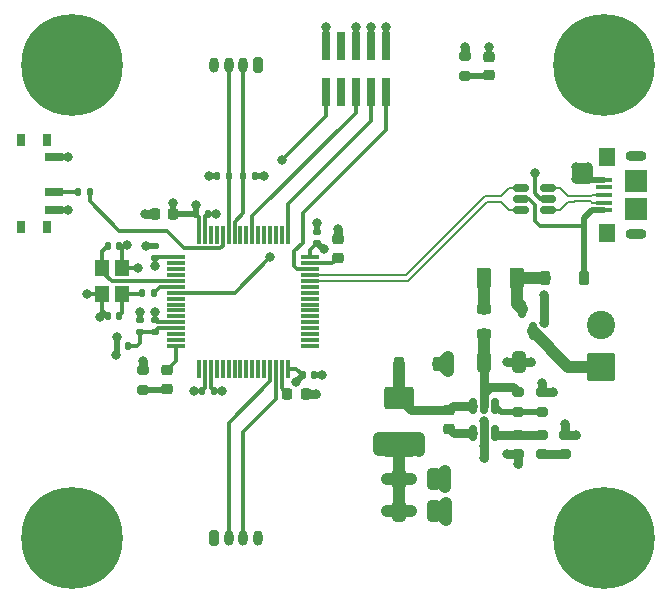
<source format=gtl>
%TF.GenerationSoftware,KiCad,Pcbnew,9.0.1*%
%TF.CreationDate,2025-04-24T11:34:14-03:00*%
%TF.ProjectId,STM32_USB_Buck_Converter,53544d33-325f-4555-9342-5f4275636b5f,rev?*%
%TF.SameCoordinates,Original*%
%TF.FileFunction,Copper,L1,Top*%
%TF.FilePolarity,Positive*%
%FSLAX46Y46*%
G04 Gerber Fmt 4.6, Leading zero omitted, Abs format (unit mm)*
G04 Created by KiCad (PCBNEW 9.0.1) date 2025-04-24 11:34:14*
%MOMM*%
%LPD*%
G01*
G04 APERTURE LIST*
G04 Aperture macros list*
%AMRoundRect*
0 Rectangle with rounded corners*
0 $1 Rounding radius*
0 $2 $3 $4 $5 $6 $7 $8 $9 X,Y pos of 4 corners*
0 Add a 4 corners polygon primitive as box body*
4,1,4,$2,$3,$4,$5,$6,$7,$8,$9,$2,$3,0*
0 Add four circle primitives for the rounded corners*
1,1,$1+$1,$2,$3*
1,1,$1+$1,$4,$5*
1,1,$1+$1,$6,$7*
1,1,$1+$1,$8,$9*
0 Add four rect primitives between the rounded corners*
20,1,$1+$1,$2,$3,$4,$5,0*
20,1,$1+$1,$4,$5,$6,$7,0*
20,1,$1+$1,$6,$7,$8,$9,0*
20,1,$1+$1,$8,$9,$2,$3,0*%
G04 Aperture macros list end*
%TA.AperFunction,SMDPad,CuDef*%
%ADD10RoundRect,0.200000X0.275000X-0.200000X0.275000X0.200000X-0.275000X0.200000X-0.275000X-0.200000X0*%
%TD*%
%TA.AperFunction,SMDPad,CuDef*%
%ADD11RoundRect,0.218750X0.256250X-0.218750X0.256250X0.218750X-0.256250X0.218750X-0.256250X-0.218750X0*%
%TD*%
%TA.AperFunction,SMDPad,CuDef*%
%ADD12R,0.740000X2.400000*%
%TD*%
%TA.AperFunction,SMDPad,CuDef*%
%ADD13R,1.500000X0.700000*%
%TD*%
%TA.AperFunction,SMDPad,CuDef*%
%ADD14R,0.800000X1.000000*%
%TD*%
%TA.AperFunction,SMDPad,CuDef*%
%ADD15RoundRect,0.140000X-0.140000X-0.170000X0.140000X-0.170000X0.140000X0.170000X-0.140000X0.170000X0*%
%TD*%
%TA.AperFunction,SMDPad,CuDef*%
%ADD16R,1.350000X0.400000*%
%TD*%
%TA.AperFunction,ComponentPad*%
%ADD17O,1.800000X0.900000*%
%TD*%
%TA.AperFunction,SMDPad,CuDef*%
%ADD18R,1.400000X1.600000*%
%TD*%
%TA.AperFunction,SMDPad,CuDef*%
%ADD19R,1.900000X1.900000*%
%TD*%
%TA.AperFunction,SMDPad,CuDef*%
%ADD20RoundRect,0.250000X-0.325000X-0.650000X0.325000X-0.650000X0.325000X0.650000X-0.325000X0.650000X0*%
%TD*%
%TA.AperFunction,SMDPad,CuDef*%
%ADD21RoundRect,0.225000X0.250000X-0.225000X0.250000X0.225000X-0.250000X0.225000X-0.250000X-0.225000X0*%
%TD*%
%TA.AperFunction,ComponentPad*%
%ADD22RoundRect,0.200000X-0.200000X-0.450000X0.200000X-0.450000X0.200000X0.450000X-0.200000X0.450000X0*%
%TD*%
%TA.AperFunction,ComponentPad*%
%ADD23O,0.800000X1.300000*%
%TD*%
%TA.AperFunction,ComponentPad*%
%ADD24C,0.900000*%
%TD*%
%TA.AperFunction,ComponentPad*%
%ADD25C,8.600000*%
%TD*%
%TA.AperFunction,ComponentPad*%
%ADD26RoundRect,0.250001X0.949999X-0.949999X0.949999X0.949999X-0.949999X0.949999X-0.949999X-0.949999X0*%
%TD*%
%TA.AperFunction,ComponentPad*%
%ADD27C,2.400000*%
%TD*%
%TA.AperFunction,SMDPad,CuDef*%
%ADD28RoundRect,0.250000X-1.000000X0.700000X-1.000000X-0.700000X1.000000X-0.700000X1.000000X0.700000X0*%
%TD*%
%TA.AperFunction,SMDPad,CuDef*%
%ADD29RoundRect,0.150000X0.512500X0.150000X-0.512500X0.150000X-0.512500X-0.150000X0.512500X-0.150000X0*%
%TD*%
%TA.AperFunction,SMDPad,CuDef*%
%ADD30RoundRect,0.135000X0.135000X0.185000X-0.135000X0.185000X-0.135000X-0.185000X0.135000X-0.185000X0*%
%TD*%
%TA.AperFunction,SMDPad,CuDef*%
%ADD31RoundRect,0.200000X-0.275000X0.200000X-0.275000X-0.200000X0.275000X-0.200000X0.275000X0.200000X0*%
%TD*%
%TA.AperFunction,SMDPad,CuDef*%
%ADD32RoundRect,0.140000X0.170000X-0.140000X0.170000X0.140000X-0.170000X0.140000X-0.170000X-0.140000X0*%
%TD*%
%TA.AperFunction,SMDPad,CuDef*%
%ADD33RoundRect,0.150000X-0.150000X0.587500X-0.150000X-0.587500X0.150000X-0.587500X0.150000X0.587500X0*%
%TD*%
%TA.AperFunction,SMDPad,CuDef*%
%ADD34RoundRect,0.218750X-0.381250X0.218750X-0.381250X-0.218750X0.381250X-0.218750X0.381250X0.218750X0*%
%TD*%
%TA.AperFunction,SMDPad,CuDef*%
%ADD35RoundRect,0.140000X0.140000X0.170000X-0.140000X0.170000X-0.140000X-0.170000X0.140000X-0.170000X0*%
%TD*%
%TA.AperFunction,SMDPad,CuDef*%
%ADD36RoundRect,0.225000X-0.225000X-0.375000X0.225000X-0.375000X0.225000X0.375000X-0.225000X0.375000X0*%
%TD*%
%TA.AperFunction,SMDPad,CuDef*%
%ADD37RoundRect,0.225000X-0.225000X-0.250000X0.225000X-0.250000X0.225000X0.250000X-0.225000X0.250000X0*%
%TD*%
%TA.AperFunction,SMDPad,CuDef*%
%ADD38RoundRect,0.147500X-0.147500X-0.172500X0.147500X-0.172500X0.147500X0.172500X-0.147500X0.172500X0*%
%TD*%
%TA.AperFunction,SMDPad,CuDef*%
%ADD39RoundRect,0.135000X-0.135000X-0.185000X0.135000X-0.185000X0.135000X0.185000X-0.135000X0.185000X0*%
%TD*%
%TA.AperFunction,SMDPad,CuDef*%
%ADD40R,1.200000X1.400000*%
%TD*%
%TA.AperFunction,SMDPad,CuDef*%
%ADD41RoundRect,0.250000X0.375000X0.625000X-0.375000X0.625000X-0.375000X-0.625000X0.375000X-0.625000X0*%
%TD*%
%TA.AperFunction,SMDPad,CuDef*%
%ADD42RoundRect,0.150000X0.150000X-0.512500X0.150000X0.512500X-0.150000X0.512500X-0.150000X-0.512500X0*%
%TD*%
%TA.AperFunction,ComponentPad*%
%ADD43RoundRect,0.200000X0.200000X0.450000X-0.200000X0.450000X-0.200000X-0.450000X0.200000X-0.450000X0*%
%TD*%
%TA.AperFunction,SMDPad,CuDef*%
%ADD44RoundRect,0.225000X0.225000X0.250000X-0.225000X0.250000X-0.225000X-0.250000X0.225000X-0.250000X0*%
%TD*%
%TA.AperFunction,SMDPad,CuDef*%
%ADD45RoundRect,0.075000X-0.075000X-0.700000X0.075000X-0.700000X0.075000X0.700000X-0.075000X0.700000X0*%
%TD*%
%TA.AperFunction,SMDPad,CuDef*%
%ADD46RoundRect,0.075000X-0.700000X-0.075000X0.700000X-0.075000X0.700000X0.075000X-0.700000X0.075000X0*%
%TD*%
%TA.AperFunction,ViaPad*%
%ADD47C,0.800000*%
%TD*%
%TA.AperFunction,Conductor*%
%ADD48C,0.500000*%
%TD*%
%TA.AperFunction,Conductor*%
%ADD49C,0.750000*%
%TD*%
%TA.AperFunction,Conductor*%
%ADD50C,0.300000*%
%TD*%
%TA.AperFunction,Conductor*%
%ADD51C,1.000000*%
%TD*%
%TA.AperFunction,Conductor*%
%ADD52C,0.200000*%
%TD*%
G04 APERTURE END LIST*
D10*
%TO.P,R6,2*%
%TO.N,GND*%
X144000000Y-75712500D03*
%TO.P,R6,1*%
%TO.N,Net-(D3-K)*%
X144000000Y-77362500D03*
%TD*%
D11*
%TO.P,D3,2,A*%
%TO.N,+3.3V*%
X146000000Y-75750000D03*
%TO.P,D3,1,K*%
%TO.N,Net-(D3-K)*%
X146000000Y-77325000D03*
%TD*%
D12*
%TO.P,J2,1,Pin_1*%
%TO.N,+3.3V*%
X137290000Y-74875000D03*
%TO.P,J2,2,Pin_2*%
%TO.N,SWDIO*%
X137290000Y-78775000D03*
%TO.P,J2,3,Pin_3*%
%TO.N,GND*%
X136020000Y-74875000D03*
%TO.P,J2,4,Pin_4*%
%TO.N,SWCLK*%
X136020000Y-78775000D03*
%TO.P,J2,5,Pin_5*%
%TO.N,GND*%
X134750000Y-74875000D03*
%TO.P,J2,6,Pin_6*%
%TO.N,SWO*%
X134750000Y-78775000D03*
%TO.P,J2,7,Pin_7*%
%TO.N,unconnected-(J2-Pin_7-Pad7)*%
X133480000Y-74875000D03*
%TO.P,J2,8,Pin_8*%
%TO.N,unconnected-(J2-Pin_8-Pad8)*%
X133480000Y-78775000D03*
%TO.P,J2,9,Pin_9*%
%TO.N,GND*%
X132210000Y-74875000D03*
%TO.P,J2,10,Pin_10*%
%TO.N,NRST*%
X132210000Y-78775000D03*
%TD*%
D13*
%TO.P,SW1,3,C*%
%TO.N,GND*%
X109250000Y-88750000D03*
%TO.P,SW1,2,B*%
%TO.N,Net-(SW1-B)*%
X109250000Y-87250000D03*
%TO.P,SW1,1,A*%
%TO.N,+3.3V*%
X109250000Y-84250000D03*
D14*
%TO.P,SW1,*%
%TO.N,*%
X106390000Y-90150000D03*
X108600000Y-90150000D03*
X106390000Y-82850000D03*
X108600000Y-82850000D03*
%TD*%
D15*
%TO.P,C8,1*%
%TO.N,+3.3V*%
X130250000Y-102750000D03*
%TO.P,C8,2*%
%TO.N,GND*%
X131210000Y-102750000D03*
%TD*%
D16*
%TO.P,J5,1,VBUS*%
%TO.N,+5V*%
X155775000Y-88770000D03*
%TO.P,J5,2,D-*%
%TO.N,USB_CONN_D-*%
X155775000Y-88120000D03*
%TO.P,J5,3,D+*%
%TO.N,USB_CONN_D+*%
X155775000Y-87470000D03*
%TO.P,J5,4,ID*%
%TO.N,unconnected-(J5-ID-Pad4)*%
X155775000Y-86820000D03*
%TO.P,J5,5,GND*%
%TO.N,GND*%
X155775000Y-86170000D03*
D17*
%TO.P,J5,6,Shield*%
%TO.N,unconnected-(J5-Shield-Pad6)_4*%
X158450000Y-90770000D03*
D18*
%TO.N,unconnected-(J5-Shield-Pad6)_1*%
X156000000Y-90670000D03*
D19*
%TO.N,unconnected-(J5-Shield-Pad6)*%
X158450000Y-88670000D03*
%TO.N,unconnected-(J5-Shield-Pad6)_5*%
X158450000Y-86270000D03*
D18*
%TO.N,unconnected-(J5-Shield-Pad6)_3*%
X156000000Y-84270000D03*
D17*
%TO.N,unconnected-(J5-Shield-Pad6)_2*%
X158450000Y-84170000D03*
%TD*%
D20*
%TO.P,C1,1*%
%TO.N,BUCK_IN*%
X145625000Y-101600000D03*
%TO.P,C1,2*%
%TO.N,GND*%
X148575000Y-101600000D03*
%TD*%
D21*
%TO.P,C4,2*%
%TO.N,BUCK_SW*%
X142650000Y-105700000D03*
%TO.P,C4,1*%
%TO.N,BUCK_BST*%
X142650000Y-107250000D03*
%TD*%
D10*
%TO.P,R2,2*%
%TO.N,GND*%
X150500000Y-104175000D03*
%TO.P,R2,1*%
%TO.N,BUCK_EN*%
X150500000Y-105825000D03*
%TD*%
D22*
%TO.P,J4,1,Pin_1*%
%TO.N,+3.3V*%
X122750000Y-116500000D03*
D23*
%TO.P,J4,2,Pin_2*%
%TO.N,USART3_TX*%
X124000000Y-116500000D03*
%TO.P,J4,3,Pin_3*%
%TO.N,USART3_RX*%
X125250000Y-116500000D03*
%TO.P,J4,4,Pin_4*%
%TO.N,GND*%
X126500000Y-116500000D03*
%TD*%
D24*
%TO.P,H3,1,1*%
%TO.N,GND*%
X113975000Y-76500000D03*
X113030419Y-78780419D03*
X113030419Y-74219581D03*
X110750000Y-79725000D03*
D25*
X110750000Y-76500000D03*
D24*
X110750000Y-73275000D03*
X108469581Y-78780419D03*
X108469581Y-74219581D03*
X107525000Y-76500000D03*
%TD*%
%TO.P,H1,1,1*%
%TO.N,GND*%
X158975000Y-76500000D03*
X158030419Y-78780419D03*
X158030419Y-74219581D03*
X155750000Y-79725000D03*
D25*
X155750000Y-76500000D03*
D24*
X155750000Y-73275000D03*
X153469581Y-78780419D03*
X153469581Y-74219581D03*
X152525000Y-76500000D03*
%TD*%
%TO.P,H2,1,1*%
%TO.N,GND*%
X158975000Y-116500000D03*
X158030419Y-118780419D03*
X158030419Y-114219581D03*
X155750000Y-119725000D03*
D25*
X155750000Y-116500000D03*
D24*
X155750000Y-113275000D03*
X153469581Y-118780419D03*
X153469581Y-114219581D03*
X152525000Y-116500000D03*
%TD*%
D26*
%TO.P,J1,1,Pin_1*%
%TO.N,+12V*%
X155500000Y-102000000D03*
D27*
%TO.P,J1,2,Pin_2*%
%TO.N,GND*%
X155500000Y-98500000D03*
%TD*%
D15*
%TO.P,C10,2*%
%TO.N,GND*%
X122210000Y-89075000D03*
%TO.P,C10,1*%
%TO.N,+3.3V*%
X121250000Y-89075000D03*
%TD*%
D11*
%TO.P,D4,2,A*%
%TO.N,LED_STATUS*%
X118750000Y-102325000D03*
%TO.P,D4,1,K*%
%TO.N,Net-(D4-K)*%
X118750000Y-103900000D03*
%TD*%
D28*
%TO.P,L1,1*%
%TO.N,BUCK_SW*%
X138400000Y-104650000D03*
%TO.P,L1,2*%
%TO.N,+3.3V*%
X138400000Y-108750000D03*
%TD*%
D29*
%TO.P,U3,1,I/O1*%
%TO.N,USB_CONN_D-*%
X151025000Y-88750000D03*
%TO.P,U3,2,GND*%
%TO.N,GND*%
X151025000Y-87800000D03*
%TO.P,U3,3,I/O2*%
%TO.N,USB_CONN_D+*%
X151025000Y-86850000D03*
%TO.P,U3,4,I/O2*%
%TO.N,USB_D+*%
X148750000Y-86850000D03*
%TO.P,U3,5,VBUS*%
%TO.N,+5V*%
X148750000Y-87800000D03*
%TO.P,U3,6,I/O1*%
%TO.N,USB_D-*%
X148750000Y-88750000D03*
%TD*%
D30*
%TO.P,R10,2*%
%TO.N,I2C1_SCL*%
X125250000Y-85825000D03*
%TO.P,R10,1*%
%TO.N,+3.3V*%
X126270000Y-85825000D03*
%TD*%
D31*
%TO.P,R4,1*%
%TO.N,BUCK_FB*%
X150500000Y-107750000D03*
%TO.P,R4,2*%
%TO.N,Net-(R4-Pad2)*%
X150500000Y-109400000D03*
%TD*%
D32*
%TO.P,C6,2*%
%TO.N,GND*%
X117750000Y-91825000D03*
%TO.P,C6,1*%
%TO.N,+3.3V*%
X117750000Y-92785000D03*
%TD*%
D33*
%TO.P,Q1,1,G*%
%TO.N,GND*%
X150700000Y-97125000D03*
%TO.P,Q1,2,S*%
%TO.N,Net-(D1-K)*%
X148800000Y-97125000D03*
%TO.P,Q1,3,D*%
%TO.N,+12V*%
X149750000Y-99000000D03*
%TD*%
D32*
%TO.P,C11,2*%
%TO.N,GND*%
X116500000Y-98075000D03*
%TO.P,C11,1*%
%TO.N,+3.3VA*%
X116500000Y-99035000D03*
%TD*%
%TO.P,C12,2*%
%TO.N,GND*%
X117750000Y-98075000D03*
%TO.P,C12,1*%
%TO.N,+3.3VA*%
X117750000Y-99035000D03*
%TD*%
D20*
%TO.P,C2,1*%
%TO.N,+3.3V*%
X138400000Y-111500000D03*
%TO.P,C2,2*%
%TO.N,GND*%
X141350000Y-111500000D03*
%TD*%
D21*
%TO.P,C14,2*%
%TO.N,GND*%
X133250000Y-91225000D03*
%TO.P,C14,1*%
%TO.N,Net-(U2-VCAP_2)*%
X133250000Y-92775000D03*
%TD*%
D34*
%TO.P,FB1,1*%
%TO.N,Net-(F1-Pad2)*%
X145600000Y-97125000D03*
%TO.P,FB1,2*%
%TO.N,BUCK_IN*%
X145600000Y-99250000D03*
%TD*%
D30*
%TO.P,R8,2*%
%TO.N,Net-(C16-Pad1)*%
X116690000Y-95750000D03*
%TO.P,R8,1*%
%TO.N,HSE_OUT*%
X117710000Y-95750000D03*
%TD*%
D10*
%TO.P,R5,1*%
%TO.N,Net-(R4-Pad2)*%
X152500000Y-109400000D03*
%TO.P,R5,2*%
%TO.N,GND*%
X152500000Y-107750000D03*
%TD*%
D30*
%TO.P,R7,2*%
%TO.N,Net-(SW1-B)*%
X111240000Y-87250000D03*
%TO.P,R7,1*%
%TO.N,BOOT0*%
X112260000Y-87250000D03*
%TD*%
D35*
%TO.P,C16,2*%
%TO.N,GND*%
X113770000Y-97750000D03*
%TO.P,C16,1*%
%TO.N,Net-(C16-Pad1)*%
X114730000Y-97750000D03*
%TD*%
D36*
%TO.P,D2,1,K*%
%TO.N,BUCK_SW*%
X138400000Y-101750000D03*
%TO.P,D2,2,A*%
%TO.N,GND*%
X141700000Y-101750000D03*
%TD*%
D32*
%TO.P,C9,2*%
%TO.N,GND*%
X131500000Y-90575000D03*
%TO.P,C9,1*%
%TO.N,+3.3V*%
X131500000Y-91535000D03*
%TD*%
D37*
%TO.P,C13,2*%
%TO.N,GND*%
X130525000Y-104325000D03*
%TO.P,C13,1*%
%TO.N,Net-(U2-VCAP_1)*%
X128975000Y-104325000D03*
%TD*%
D38*
%TO.P,L2,2*%
%TO.N,+3.3VA*%
X115485000Y-100250000D03*
%TO.P,L2,1*%
%TO.N,+3.3V*%
X114515000Y-100250000D03*
%TD*%
D39*
%TO.P,R11,2*%
%TO.N,I2C1_SDA*%
X124000000Y-85825000D03*
%TO.P,R11,1*%
%TO.N,+3.3V*%
X122980000Y-85825000D03*
%TD*%
D40*
%TO.P,Y1,4,4*%
%TO.N,GND*%
X115000000Y-93650000D03*
%TO.P,Y1,3,3*%
%TO.N,Net-(C16-Pad1)*%
X115000000Y-95850000D03*
%TO.P,Y1,2,2*%
%TO.N,GND*%
X113300000Y-95850000D03*
%TO.P,Y1,1,1*%
%TO.N,HSE_IN*%
X113300000Y-93650000D03*
%TD*%
D41*
%TO.P,F1,1*%
%TO.N,Net-(D1-K)*%
X148400000Y-94500000D03*
%TO.P,F1,2*%
%TO.N,Net-(F1-Pad2)*%
X145600000Y-94500000D03*
%TD*%
D35*
%TO.P,C7,2*%
%TO.N,GND*%
X121770000Y-104075000D03*
%TO.P,C7,1*%
%TO.N,+3.3V*%
X122730000Y-104075000D03*
%TD*%
D15*
%TO.P,C15,2*%
%TO.N,GND*%
X114730000Y-91750000D03*
%TO.P,C15,1*%
%TO.N,HSE_IN*%
X113770000Y-91750000D03*
%TD*%
D42*
%TO.P,U1,1,BST*%
%TO.N,BUCK_BST*%
X144675000Y-107637500D03*
%TO.P,U1,2,GND*%
%TO.N,GND*%
X145625000Y-107637500D03*
%TO.P,U1,3,FB*%
%TO.N,BUCK_FB*%
X146575000Y-107637500D03*
%TO.P,U1,4,EN*%
%TO.N,BUCK_EN*%
X146575000Y-105362500D03*
%TO.P,U1,5,IN*%
%TO.N,BUCK_IN*%
X145625000Y-105362500D03*
%TO.P,U1,6,SW*%
%TO.N,BUCK_SW*%
X144675000Y-105362500D03*
%TD*%
D20*
%TO.P,C3,1*%
%TO.N,+3.3V*%
X138425000Y-114250000D03*
%TO.P,C3,2*%
%TO.N,GND*%
X141375000Y-114250000D03*
%TD*%
D31*
%TO.P,R1,1*%
%TO.N,BUCK_IN*%
X148500000Y-104175000D03*
%TO.P,R1,2*%
%TO.N,BUCK_EN*%
X148500000Y-105825000D03*
%TD*%
D23*
%TO.P,J3,4,Pin_4*%
%TO.N,GND*%
X122750000Y-76500000D03*
%TO.P,J3,3,Pin_3*%
%TO.N,I2C1_SDA*%
X124000000Y-76500000D03*
%TO.P,J3,2,Pin_2*%
%TO.N,I2C1_SCL*%
X125250000Y-76500000D03*
D43*
%TO.P,J3,1,Pin_1*%
%TO.N,+3.3V*%
X126500000Y-76500000D03*
%TD*%
D44*
%TO.P,C5,2*%
%TO.N,GND*%
X117750000Y-89075000D03*
%TO.P,C5,1*%
%TO.N,+3.3V*%
X119300000Y-89075000D03*
%TD*%
D10*
%TO.P,R9,2*%
%TO.N,GND*%
X116750000Y-102325000D03*
%TO.P,R9,1*%
%TO.N,Net-(D4-K)*%
X116750000Y-103975000D03*
%TD*%
D36*
%TO.P,D1,1,K*%
%TO.N,Net-(D1-K)*%
X150750000Y-94500000D03*
%TO.P,D1,2,A*%
%TO.N,+5V*%
X154050000Y-94500000D03*
%TD*%
D10*
%TO.P,R3,1*%
%TO.N,+3.3V*%
X148500000Y-109400000D03*
%TO.P,R3,2*%
%TO.N,BUCK_FB*%
X148500000Y-107750000D03*
%TD*%
D24*
%TO.P,H4,1,1*%
%TO.N,GND*%
X107525000Y-116500000D03*
X108469581Y-114219581D03*
X108469581Y-118780419D03*
X110750000Y-113275000D03*
D25*
X110750000Y-116500000D03*
D24*
X110750000Y-119725000D03*
X113030419Y-114219581D03*
X113030419Y-118780419D03*
X113975000Y-116500000D03*
%TD*%
D45*
%TO.P,U2,64,VDD*%
%TO.N,+3.3V*%
X121500000Y-90825000D03*
%TO.P,U2,63,VSS*%
%TO.N,GND*%
X122000000Y-90825000D03*
%TO.P,U2,62,PB9*%
%TO.N,unconnected-(U2-PB9-Pad62)*%
X122500000Y-90825000D03*
%TO.P,U2,61,PB8*%
%TO.N,unconnected-(U2-PB8-Pad61)*%
X123000000Y-90825000D03*
%TO.P,U2,60,BOOT0*%
%TO.N,BOOT0*%
X123500000Y-90825000D03*
%TO.P,U2,59,PB7*%
%TO.N,I2C1_SDA*%
X124000000Y-90825000D03*
%TO.P,U2,58,PB6*%
%TO.N,I2C1_SCL*%
X124500000Y-90825000D03*
%TO.P,U2,57,PB5*%
%TO.N,unconnected-(U2-PB5-Pad57)*%
X125000000Y-90825000D03*
%TO.P,U2,56,PB4*%
%TO.N,unconnected-(U2-PB4-Pad56)*%
X125500000Y-90825000D03*
%TO.P,U2,55,PB3*%
%TO.N,SWO*%
X126000000Y-90825000D03*
%TO.P,U2,54,PD2*%
%TO.N,unconnected-(U2-PD2-Pad54)*%
X126500000Y-90825000D03*
%TO.P,U2,53,PC12*%
%TO.N,unconnected-(U2-PC12-Pad53)*%
X127000000Y-90825000D03*
%TO.P,U2,52,PC11*%
%TO.N,unconnected-(U2-PC11-Pad52)*%
X127500000Y-90825000D03*
%TO.P,U2,51,PC10*%
%TO.N,unconnected-(U2-PC10-Pad51)*%
X128000000Y-90825000D03*
%TO.P,U2,50,PA15*%
%TO.N,unconnected-(U2-PA15-Pad50)*%
X128500000Y-90825000D03*
%TO.P,U2,49,PA14*%
%TO.N,SWCLK*%
X129000000Y-90825000D03*
D46*
%TO.P,U2,48,VDD*%
%TO.N,+3.3V*%
X130925000Y-92750000D03*
%TO.P,U2,47,VCAP_2*%
%TO.N,Net-(U2-VCAP_2)*%
X130925000Y-93250000D03*
%TO.P,U2,46,PA13*%
%TO.N,SWDIO*%
X130925000Y-93750000D03*
%TO.P,U2,45,PA12*%
%TO.N,USB_D+*%
X130925000Y-94250000D03*
%TO.P,U2,44,PA11*%
%TO.N,USB_D-*%
X130925000Y-94750000D03*
%TO.P,U2,43,PA10*%
%TO.N,unconnected-(U2-PA10-Pad43)*%
X130925000Y-95250000D03*
%TO.P,U2,42,PA9*%
%TO.N,unconnected-(U2-PA9-Pad42)*%
X130925000Y-95750000D03*
%TO.P,U2,41,PA8*%
%TO.N,unconnected-(U2-PA8-Pad41)*%
X130925000Y-96250000D03*
%TO.P,U2,40,PC9*%
%TO.N,unconnected-(U2-PC9-Pad40)*%
X130925000Y-96750000D03*
%TO.P,U2,39,PC8*%
%TO.N,unconnected-(U2-PC8-Pad39)*%
X130925000Y-97250000D03*
%TO.P,U2,38,PC7*%
%TO.N,unconnected-(U2-PC7-Pad38)*%
X130925000Y-97750000D03*
%TO.P,U2,37,PC6*%
%TO.N,unconnected-(U2-PC6-Pad37)*%
X130925000Y-98250000D03*
%TO.P,U2,36,PB15*%
%TO.N,unconnected-(U2-PB15-Pad36)*%
X130925000Y-98750000D03*
%TO.P,U2,35,PB14*%
%TO.N,unconnected-(U2-PB14-Pad35)*%
X130925000Y-99250000D03*
%TO.P,U2,34,PB13*%
%TO.N,unconnected-(U2-PB13-Pad34)*%
X130925000Y-99750000D03*
%TO.P,U2,33,PB12*%
%TO.N,unconnected-(U2-PB12-Pad33)*%
X130925000Y-100250000D03*
D45*
%TO.P,U2,32,VDD*%
%TO.N,+3.3V*%
X129000000Y-102175000D03*
%TO.P,U2,31,VCAP_1*%
%TO.N,Net-(U2-VCAP_1)*%
X128500000Y-102175000D03*
%TO.P,U2,30,PB11*%
%TO.N,USART3_RX*%
X128000000Y-102175000D03*
%TO.P,U2,29,PB10*%
%TO.N,USART3_TX*%
X127500000Y-102175000D03*
%TO.P,U2,28,PB2*%
%TO.N,unconnected-(U2-PB2-Pad28)*%
X127000000Y-102175000D03*
%TO.P,U2,27,PB1*%
%TO.N,unconnected-(U2-PB1-Pad27)*%
X126500000Y-102175000D03*
%TO.P,U2,26,PB0*%
%TO.N,unconnected-(U2-PB0-Pad26)*%
X126000000Y-102175000D03*
%TO.P,U2,25,PC5*%
%TO.N,unconnected-(U2-PC5-Pad25)*%
X125500000Y-102175000D03*
%TO.P,U2,24,PC4*%
%TO.N,unconnected-(U2-PC4-Pad24)*%
X125000000Y-102175000D03*
%TO.P,U2,23,PA7*%
%TO.N,unconnected-(U2-PA7-Pad23)*%
X124500000Y-102175000D03*
%TO.P,U2,22,PA6*%
%TO.N,unconnected-(U2-PA6-Pad22)*%
X124000000Y-102175000D03*
%TO.P,U2,21,PA5*%
%TO.N,unconnected-(U2-PA5-Pad21)*%
X123500000Y-102175000D03*
%TO.P,U2,20,PA4*%
%TO.N,unconnected-(U2-PA4-Pad20)*%
X123000000Y-102175000D03*
%TO.P,U2,19,VDD*%
%TO.N,+3.3V*%
X122500000Y-102175000D03*
%TO.P,U2,18,VSS*%
%TO.N,GND*%
X122000000Y-102175000D03*
%TO.P,U2,17,PA3*%
%TO.N,unconnected-(U2-PA3-Pad17)*%
X121500000Y-102175000D03*
D46*
%TO.P,U2,16,PA2*%
%TO.N,LED_STATUS*%
X119575000Y-100250000D03*
%TO.P,U2,15,PA1*%
%TO.N,unconnected-(U2-PA1-Pad15)*%
X119575000Y-99750000D03*
%TO.P,U2,14,PA0*%
%TO.N,unconnected-(U2-PA0-Pad14)*%
X119575000Y-99250000D03*
%TO.P,U2,13,VDDA*%
%TO.N,+3.3VA*%
X119575000Y-98750000D03*
%TO.P,U2,12,VSSA*%
%TO.N,GND*%
X119575000Y-98250000D03*
%TO.P,U2,11,PC3*%
%TO.N,unconnected-(U2-PC3-Pad11)*%
X119575000Y-97750000D03*
%TO.P,U2,10,PC2*%
%TO.N,unconnected-(U2-PC2-Pad10)*%
X119575000Y-97250000D03*
%TO.P,U2,9,PC1*%
%TO.N,unconnected-(U2-PC1-Pad9)*%
X119575000Y-96750000D03*
%TO.P,U2,8,PC0*%
%TO.N,unconnected-(U2-PC0-Pad8)*%
X119575000Y-96250000D03*
%TO.P,U2,7,NRST*%
%TO.N,NRST*%
X119575000Y-95750000D03*
%TO.P,U2,6,PH1*%
%TO.N,HSE_OUT*%
X119575000Y-95250000D03*
%TO.P,U2,5,PH0*%
%TO.N,HSE_IN*%
X119575000Y-94750000D03*
%TO.P,U2,4,PC15*%
%TO.N,unconnected-(U2-PC15-Pad4)*%
X119575000Y-94250000D03*
%TO.P,U2,3,PC14*%
%TO.N,unconnected-(U2-PC14-Pad3)*%
X119575000Y-93750000D03*
%TO.P,U2,2,PC13*%
%TO.N,unconnected-(U2-PC13-Pad2)*%
X119575000Y-93250000D03*
%TO.P,U2,1,VBAT*%
%TO.N,+3.3V*%
X119575000Y-92750000D03*
%TD*%
D47*
%TO.N,+3.3V*%
X146000000Y-74900000D03*
%TO.N,GND*%
X144000000Y-74900000D03*
%TO.N,NRST*%
X127500000Y-92750000D03*
%TO.N,+3.3V*%
X137300000Y-73250000D03*
%TO.N,GND*%
X134750000Y-73250000D03*
X132200000Y-73250000D03*
X136025000Y-73250000D03*
%TO.N,NRST*%
X128500000Y-84500000D03*
%TO.N,GND*%
X149900000Y-85650000D03*
X112000000Y-95850000D03*
X116300000Y-93650000D03*
X117025000Y-91825000D03*
X142550000Y-101150000D03*
X142550000Y-102350000D03*
X145625000Y-106625000D03*
X145600000Y-109725000D03*
X145625000Y-108725000D03*
X142375000Y-114950000D03*
X142375000Y-113550000D03*
X142350000Y-112200000D03*
X142350000Y-110800000D03*
X153425000Y-107750000D03*
X152500000Y-106900000D03*
X151425000Y-104175000D03*
X150500000Y-103350000D03*
X150700000Y-98300000D03*
X150700000Y-95950000D03*
X149575000Y-101600000D03*
X147575000Y-101600000D03*
X153375000Y-86125000D03*
X153400000Y-85125000D03*
X154400000Y-85125000D03*
X154375000Y-86125000D03*
X131500000Y-89875000D03*
X133250000Y-90350000D03*
X131900000Y-102750000D03*
X131400000Y-104325000D03*
X121075000Y-104075000D03*
X116750000Y-101500000D03*
X117750000Y-97375000D03*
X116500000Y-97375000D03*
X113075000Y-97775000D03*
X115425000Y-91725000D03*
X110420000Y-88750000D03*
X122925000Y-89075000D03*
X116875000Y-89075000D03*
%TO.N,+3.3V*%
X148500000Y-110225000D03*
X147600000Y-109400000D03*
X139425000Y-114250000D03*
X137425000Y-114225000D03*
X139400000Y-111500000D03*
X137400000Y-111500000D03*
X136725000Y-109100000D03*
X140075000Y-109125000D03*
X140075000Y-108025000D03*
X136725000Y-108025000D03*
X132075000Y-92050000D03*
X121250000Y-88350000D03*
X117750000Y-93475000D03*
X114525000Y-99500000D03*
X114500000Y-101000000D03*
X123425000Y-104075000D03*
X129700000Y-103300000D03*
X110420000Y-84250000D03*
X119300000Y-88175000D03*
X122300000Y-85825000D03*
X126950000Y-85850000D03*
%TD*%
D48*
%TO.N,+3.3V*%
X146000000Y-74900000D02*
X146000000Y-75750000D01*
D49*
%TO.N,GND*%
X144000000Y-75712500D02*
X144000000Y-74900000D01*
D48*
%TO.N,Net-(D3-K)*%
X144000000Y-77362500D02*
X145962500Y-77362500D01*
X145962500Y-77362500D02*
X146000000Y-77325000D01*
D50*
%TO.N,NRST*%
X132210000Y-80790000D02*
X132210000Y-78775000D01*
X128500000Y-84500000D02*
X132210000Y-80790000D01*
%TO.N,SWCLK*%
X136020000Y-81230000D02*
X136020000Y-78775000D01*
X129000000Y-88250000D02*
X136020000Y-81230000D01*
X129000000Y-90825000D02*
X129000000Y-88250000D01*
%TO.N,SWO*%
X126000000Y-89250000D02*
X126000000Y-90825000D01*
X134750000Y-80500000D02*
X126000000Y-89250000D01*
X134750000Y-78775000D02*
X134750000Y-80500000D01*
%TO.N,NRST*%
X124500000Y-95750000D02*
X119575000Y-95750000D01*
X127500000Y-92750000D02*
X124500000Y-95750000D01*
%TO.N,SWDIO*%
X130250000Y-89000000D02*
X137290000Y-81960000D01*
X129500000Y-92250000D02*
X130250000Y-91500000D01*
X130250000Y-91500000D02*
X130250000Y-89000000D01*
X129750000Y-93750000D02*
X129500000Y-93500000D01*
X137290000Y-81960000D02*
X137290000Y-78775000D01*
X130925000Y-93750000D02*
X129750000Y-93750000D01*
X129500000Y-93500000D02*
X129500000Y-92250000D01*
D48*
%TO.N,GND*%
X132200000Y-74565000D02*
X132210000Y-74575000D01*
%TO.N,+3.3V*%
X137300000Y-74865000D02*
X137290000Y-74875000D01*
X137300000Y-73250000D02*
X137300000Y-74865000D01*
%TO.N,GND*%
X132200000Y-73250000D02*
X132200000Y-74865000D01*
X132200000Y-74865000D02*
X132210000Y-74875000D01*
X134750000Y-73250000D02*
X134750000Y-74875000D01*
X136025000Y-73250000D02*
X136025000Y-74870000D01*
X136025000Y-74870000D02*
X136020000Y-74875000D01*
D49*
X145625000Y-107637500D02*
X145625000Y-106625000D01*
D50*
%TO.N,BOOT0*%
X112260000Y-88010000D02*
X114750000Y-90500000D01*
X114750000Y-90500000D02*
X118750000Y-90500000D01*
X112260000Y-87250000D02*
X112260000Y-88010000D01*
%TO.N,GND*%
X150375000Y-87800000D02*
X151025000Y-87800000D01*
X149900000Y-85650000D02*
X149900000Y-87325000D01*
X149900000Y-87325000D02*
X150375000Y-87800000D01*
%TO.N,+5V*%
X150325000Y-90075000D02*
X154050000Y-90075000D01*
X149412499Y-87800000D02*
X149900000Y-88287501D01*
X148750000Y-87800000D02*
X149412499Y-87800000D01*
X149900000Y-88287501D02*
X149900000Y-89650000D01*
X149900000Y-89650000D02*
X150325000Y-90075000D01*
D48*
X154050000Y-89450000D02*
X154050000Y-90075000D01*
X154050000Y-90075000D02*
X154050000Y-94500000D01*
D49*
%TO.N,GND*%
X153400000Y-86125000D02*
X154400000Y-85125000D01*
X153375000Y-86125000D02*
X153400000Y-86125000D01*
X153375000Y-86125000D02*
X154375000Y-86125000D01*
X154400000Y-86100000D02*
X154375000Y-86125000D01*
X154400000Y-85125000D02*
X154400000Y-86100000D01*
X153400000Y-85125000D02*
X154400000Y-85125000D01*
X153375000Y-85150000D02*
X153400000Y-85125000D01*
X153375000Y-86125000D02*
X153375000Y-85150000D01*
D48*
X154420000Y-86170000D02*
X154375000Y-86125000D01*
X155775000Y-86170000D02*
X154420000Y-86170000D01*
D49*
X117750000Y-89075000D02*
X116875000Y-89075000D01*
D50*
X116250000Y-93650000D02*
X116300000Y-93600000D01*
X115000000Y-93650000D02*
X116250000Y-93650000D01*
X113300000Y-95850000D02*
X112000000Y-95850000D01*
X113100000Y-97750000D02*
X113075000Y-97775000D01*
X113770000Y-97750000D02*
X113100000Y-97750000D01*
D49*
X115050000Y-93600000D02*
X115000000Y-93650000D01*
D50*
X116450000Y-93625000D02*
X116275000Y-93625000D01*
X116275000Y-93625000D02*
X116250000Y-93650000D01*
X114730000Y-91750000D02*
X115400000Y-91750000D01*
X115400000Y-91750000D02*
X115425000Y-91725000D01*
D48*
X117025000Y-91825000D02*
X117750000Y-91825000D01*
X131500000Y-90575000D02*
X131500000Y-89875000D01*
D49*
X133250000Y-91225000D02*
X133250000Y-90350000D01*
X130525000Y-104325000D02*
X131400000Y-104325000D01*
D48*
X131210000Y-102750000D02*
X131900000Y-102750000D01*
D50*
X121770000Y-104075000D02*
X121075000Y-104075000D01*
X117750000Y-98075000D02*
X117750000Y-97375000D01*
D48*
X116500000Y-98075000D02*
X116500000Y-97375000D01*
D50*
X122210000Y-89075000D02*
X122925000Y-89075000D01*
D48*
X109250000Y-88750000D02*
X110420000Y-88750000D01*
D49*
X116750000Y-102325000D02*
X116750000Y-101500000D01*
D51*
X142550000Y-101150000D02*
X142550000Y-102350000D01*
X141950000Y-101750000D02*
X142550000Y-102350000D01*
X141700000Y-101750000D02*
X141950000Y-101750000D01*
X141950000Y-101750000D02*
X142550000Y-101150000D01*
X142375000Y-113550000D02*
X142375000Y-114950000D01*
X142350000Y-110800000D02*
X142350000Y-112200000D01*
X141650000Y-111500000D02*
X142350000Y-112200000D01*
X141350000Y-111500000D02*
X141650000Y-111500000D01*
X141650000Y-111500000D02*
X142350000Y-110800000D01*
X141675000Y-114250000D02*
X142375000Y-114950000D01*
X141375000Y-114250000D02*
X141675000Y-114250000D01*
X141675000Y-114250000D02*
X142375000Y-113550000D01*
D49*
X150700000Y-95950000D02*
X150700000Y-97125000D01*
X150700000Y-98300000D02*
X150700000Y-97125000D01*
X148575000Y-101600000D02*
X149575000Y-101600000D01*
X148575000Y-101600000D02*
X147575000Y-101600000D01*
X150500000Y-104175000D02*
X151425000Y-104175000D01*
X150500000Y-104175000D02*
X150500000Y-103350000D01*
X152500000Y-107750000D02*
X153425000Y-107750000D01*
X152500000Y-107750000D02*
X152500000Y-106900000D01*
X145625000Y-108725000D02*
X145625000Y-107637500D01*
X145600000Y-108750000D02*
X145625000Y-108725000D01*
X145600000Y-109725000D02*
X145600000Y-108750000D01*
%TO.N,+3.3V*%
X148500000Y-109400000D02*
X148500000Y-110225000D01*
X148500000Y-109400000D02*
X147600000Y-109400000D01*
D51*
X140050000Y-109100000D02*
X140075000Y-109125000D01*
X136725000Y-109100000D02*
X140050000Y-109100000D01*
X136725000Y-108025000D02*
X140075000Y-108025000D01*
X140075000Y-108025000D02*
X140075000Y-109125000D01*
X136725000Y-108025000D02*
X136725000Y-109100000D01*
X138425000Y-114250000D02*
X139425000Y-114250000D01*
X137450000Y-114250000D02*
X137425000Y-114225000D01*
X138425000Y-114250000D02*
X137450000Y-114250000D01*
X138400000Y-111500000D02*
X139400000Y-111500000D01*
X138400000Y-111500000D02*
X137400000Y-111500000D01*
X139350000Y-108750000D02*
X140075000Y-108025000D01*
X138400000Y-108750000D02*
X139350000Y-108750000D01*
X139700000Y-108750000D02*
X140075000Y-109125000D01*
X138400000Y-108750000D02*
X139700000Y-108750000D01*
X137075000Y-108750000D02*
X136725000Y-109100000D01*
X138400000Y-108750000D02*
X137075000Y-108750000D01*
X137450000Y-108750000D02*
X136725000Y-108025000D01*
X138400000Y-108750000D02*
X137450000Y-108750000D01*
D48*
X132015000Y-92050000D02*
X131500000Y-91535000D01*
X132075000Y-92050000D02*
X132015000Y-92050000D01*
D50*
X122730000Y-104075000D02*
X123425000Y-104075000D01*
X117750000Y-92785000D02*
X117750000Y-93475000D01*
D48*
X114515000Y-100985000D02*
X114500000Y-101000000D01*
X114515000Y-100250000D02*
X114515000Y-100985000D01*
X114515000Y-99510000D02*
X114525000Y-99500000D01*
X114515000Y-100250000D02*
X114515000Y-99510000D01*
X129700000Y-103300000D02*
X130250000Y-102750000D01*
X110420000Y-84250000D02*
X109250000Y-84250000D01*
X119300000Y-88175000D02*
X119300000Y-89075000D01*
X121250000Y-88350000D02*
X121250000Y-89075000D01*
X126925000Y-85825000D02*
X126950000Y-85850000D01*
X126270000Y-85825000D02*
X126925000Y-85825000D01*
X122980000Y-85825000D02*
X122300000Y-85825000D01*
D52*
%TO.N,USB_D-*%
X147756249Y-88750000D02*
X148750000Y-88750000D01*
X147041453Y-88035204D02*
X147756249Y-88750000D01*
X145882994Y-88035204D02*
X147041453Y-88035204D01*
X139193198Y-94725000D02*
X145882994Y-88035204D01*
X132112501Y-94725000D02*
X139193198Y-94725000D01*
X130925000Y-94750000D02*
X132087501Y-94750000D01*
%TO.N,USB_D+*%
X147756249Y-86850000D02*
X148750000Y-86850000D01*
%TO.N,USB_D-*%
X132087501Y-94750000D02*
X132112501Y-94725000D01*
%TO.N,USB_D+*%
X139006802Y-94275000D02*
X145717006Y-87564796D01*
X145717006Y-87564796D02*
X147041453Y-87564796D01*
X132112501Y-94275000D02*
X139006802Y-94275000D01*
X147041453Y-87564796D02*
X147756249Y-86850000D01*
X130925000Y-94250000D02*
X132087501Y-94250000D01*
X132087501Y-94250000D02*
X132112501Y-94275000D01*
D50*
%TO.N,Net-(SW1-B)*%
X111095000Y-87250000D02*
X109250000Y-87250000D01*
%TO.N,BOOT0*%
X120250000Y-92000000D02*
X123250000Y-92000000D01*
X118750000Y-90500000D02*
X120250000Y-92000000D01*
X123250000Y-92000000D02*
X123500000Y-91750000D01*
X123500000Y-91750000D02*
X123500000Y-90825000D01*
D48*
%TO.N,+5V*%
X155775000Y-88770000D02*
X154730000Y-88770000D01*
X154730000Y-88770000D02*
X154050000Y-89450000D01*
D52*
%TO.N,USB_CONN_D+*%
X152018751Y-86850000D02*
X151025000Y-86850000D01*
X152743751Y-87575000D02*
X152018751Y-86850000D01*
X153072794Y-87575000D02*
X152743751Y-87575000D01*
X153077794Y-87570000D02*
X153072794Y-87575000D01*
X154762499Y-87470000D02*
X154662499Y-87570000D01*
X155775000Y-87470000D02*
X154762499Y-87470000D01*
%TO.N,USB_CONN_D-*%
X152018751Y-88750000D02*
X151025000Y-88750000D01*
X152743751Y-88025000D02*
X152018751Y-88750000D01*
%TO.N,USB_CONN_D+*%
X154662499Y-87570000D02*
X153077794Y-87570000D01*
%TO.N,USB_CONN_D-*%
X153250000Y-88020000D02*
X153245000Y-88025000D01*
X153245000Y-88025000D02*
X152743751Y-88025000D01*
X154762499Y-88120000D02*
X154662499Y-88020000D01*
X155775000Y-88120000D02*
X154762499Y-88120000D01*
X154662499Y-88020000D02*
X153250000Y-88020000D01*
D51*
%TO.N,+12V*%
X152750000Y-102000000D02*
X149750000Y-99000000D01*
X155500000Y-102000000D02*
X152750000Y-102000000D01*
%TO.N,+3.3V*%
X138400000Y-114225000D02*
X138425000Y-114250000D01*
X138400000Y-111500000D02*
X138400000Y-114225000D01*
X138400000Y-108750000D02*
X138400000Y-111500000D01*
%TO.N,Net-(D1-K)*%
X148400000Y-96725000D02*
X148800000Y-97125000D01*
X148400000Y-94500000D02*
X148400000Y-96725000D01*
X148400000Y-94500000D02*
X150750000Y-94500000D01*
%TO.N,Net-(F1-Pad2)*%
X145600000Y-97125000D02*
X145600000Y-94500000D01*
%TO.N,BUCK_IN*%
X145625000Y-99275000D02*
X145600000Y-99250000D01*
%TO.N,BUCK_SW*%
X138400000Y-101750000D02*
X138400000Y-104650000D01*
D49*
X139450000Y-105700000D02*
X138400000Y-104650000D01*
X142650000Y-105700000D02*
X139450000Y-105700000D01*
%TO.N,BUCK_IN*%
X145600000Y-99250000D02*
X145550000Y-99200000D01*
X145625000Y-101475000D02*
X145600000Y-101450000D01*
%TO.N,Net-(R4-Pad2)*%
X150500000Y-109400000D02*
X152500000Y-109400000D01*
%TO.N,BUCK_FB*%
X146687500Y-107750000D02*
X146575000Y-107637500D01*
X148500000Y-107750000D02*
X146687500Y-107750000D01*
X150500000Y-107750000D02*
X148500000Y-107750000D01*
%TO.N,BUCK_IN*%
X145625000Y-101825000D02*
X145550000Y-101750000D01*
%TO.N,BUCK_BST*%
X143037500Y-107637500D02*
X142650000Y-107250000D01*
X144675000Y-107637500D02*
X143037500Y-107637500D01*
%TO.N,BUCK_SW*%
X142987500Y-105362500D02*
X142650000Y-105700000D01*
X144675000Y-105362500D02*
X142987500Y-105362500D01*
D48*
%TO.N,BUCK_EN*%
X150500000Y-105825000D02*
X148500000Y-105825000D01*
D50*
%TO.N,USART3_RX*%
X128000000Y-104750000D02*
X128000000Y-102175000D01*
X125250000Y-107500000D02*
X128000000Y-104750000D01*
X125250000Y-116500000D02*
X125250000Y-107500000D01*
%TO.N,USART3_TX*%
X127500000Y-103250000D02*
X127500000Y-102175000D01*
X124000000Y-106750000D02*
X127500000Y-103250000D01*
X124000000Y-116500000D02*
X124000000Y-106750000D01*
%TO.N,I2C1_SCL*%
X125250000Y-85825000D02*
X125250000Y-76500000D01*
X125250000Y-89000000D02*
X125250000Y-85825000D01*
X124500000Y-89750000D02*
X125250000Y-89000000D01*
X124500000Y-90825000D02*
X124500000Y-89750000D01*
%TO.N,I2C1_SDA*%
X124000000Y-85825000D02*
X124000000Y-90825000D01*
X124000000Y-85825000D02*
X124000000Y-76500000D01*
D48*
%TO.N,+3.3V*%
X119300000Y-89075000D02*
X121250000Y-89075000D01*
D50*
%TO.N,+3.3VA*%
X116500000Y-99035000D02*
X117750000Y-99035000D01*
X116500000Y-100000000D02*
X116500000Y-99035000D01*
X116250000Y-100250000D02*
X116500000Y-100000000D01*
X115485000Y-100250000D02*
X116250000Y-100250000D01*
D48*
%TO.N,Net-(D4-K)*%
X118675000Y-103975000D02*
X118750000Y-103900000D01*
X116750000Y-103975000D02*
X118675000Y-103975000D01*
X116825000Y-103900000D02*
X116750000Y-103975000D01*
D50*
%TO.N,LED_STATUS*%
X119575000Y-101500000D02*
X118750000Y-102325000D01*
X119575000Y-100250000D02*
X119575000Y-101500000D01*
%TO.N,GND*%
X115000000Y-92020000D02*
X114730000Y-91750000D01*
X115000000Y-93650000D02*
X115000000Y-92020000D01*
%TO.N,HSE_IN*%
X113300000Y-92220000D02*
X113770000Y-91750000D01*
X113300000Y-93650000D02*
X113300000Y-92220000D01*
%TO.N,Net-(C16-Pad1)*%
X115000000Y-97480000D02*
X114730000Y-97750000D01*
X115000000Y-95850000D02*
X115000000Y-97480000D01*
%TO.N,GND*%
X113300000Y-97280000D02*
X113770000Y-97750000D01*
X113300000Y-95850000D02*
X113300000Y-97280000D01*
%TO.N,Net-(U2-VCAP_2)*%
X132775000Y-93250000D02*
X133250000Y-92775000D01*
X130925000Y-93250000D02*
X132775000Y-93250000D01*
%TO.N,+3.3V*%
X129000000Y-102175000D02*
X129675000Y-102175000D01*
X129675000Y-102175000D02*
X130250000Y-102750000D01*
%TO.N,Net-(U2-VCAP_1)*%
X128500000Y-103850000D02*
X128975000Y-104325000D01*
X128500000Y-102175000D02*
X128500000Y-103850000D01*
%TO.N,GND*%
X122000000Y-103845000D02*
X121770000Y-104075000D01*
X122000000Y-102175000D02*
X122000000Y-103845000D01*
%TO.N,+3.3V*%
X122500000Y-103845000D02*
X122730000Y-104075000D01*
X122500000Y-102175000D02*
X122500000Y-103845000D01*
%TO.N,+3.3VA*%
X118035000Y-98750000D02*
X117750000Y-99035000D01*
X119575000Y-98750000D02*
X118035000Y-98750000D01*
%TO.N,GND*%
X117925000Y-98250000D02*
X117750000Y-98075000D01*
X119575000Y-98250000D02*
X117925000Y-98250000D01*
%TO.N,Net-(C16-Pad1)*%
X116590000Y-95850000D02*
X116690000Y-95750000D01*
X115000000Y-95850000D02*
X116590000Y-95850000D01*
%TO.N,HSE_OUT*%
X118210000Y-95250000D02*
X117710000Y-95750000D01*
X119575000Y-95250000D02*
X118210000Y-95250000D01*
%TO.N,HSE_IN*%
X113300000Y-93952000D02*
X113300000Y-93650000D01*
X114098000Y-94750000D02*
X113300000Y-93952000D01*
X119575000Y-94750000D02*
X114098000Y-94750000D01*
%TO.N,+3.3V*%
X117785000Y-92750000D02*
X117750000Y-92785000D01*
X119575000Y-92750000D02*
X117785000Y-92750000D01*
%TO.N,GND*%
X122000000Y-90825000D02*
X122000000Y-89285000D01*
X122000000Y-89285000D02*
X122210000Y-89075000D01*
%TO.N,+3.3V*%
X121500000Y-89325000D02*
X121250000Y-89075000D01*
X121500000Y-90825000D02*
X121500000Y-89325000D01*
X130925000Y-92110000D02*
X131500000Y-91535000D01*
X130925000Y-92750000D02*
X130925000Y-92110000D01*
D48*
%TO.N,BUCK_EN*%
X148500000Y-105825000D02*
X147037500Y-105825000D01*
X147037500Y-105825000D02*
X146575000Y-105362500D01*
D51*
%TO.N,BUCK_IN*%
X145625000Y-101600000D02*
X145625000Y-99275000D01*
D49*
X148500000Y-104175000D02*
X148075000Y-103750000D01*
X148075000Y-103750000D02*
X146125000Y-103750000D01*
X145625000Y-105362500D02*
X145625000Y-104250000D01*
X146125000Y-103750000D02*
X145625000Y-104250000D01*
X145625000Y-105362500D02*
X145625000Y-101600000D01*
%TO.N,GND*%
X153400000Y-85125000D02*
X153400000Y-85150000D01*
X153400000Y-85150000D02*
X154375000Y-86125000D01*
%TD*%
M02*

</source>
